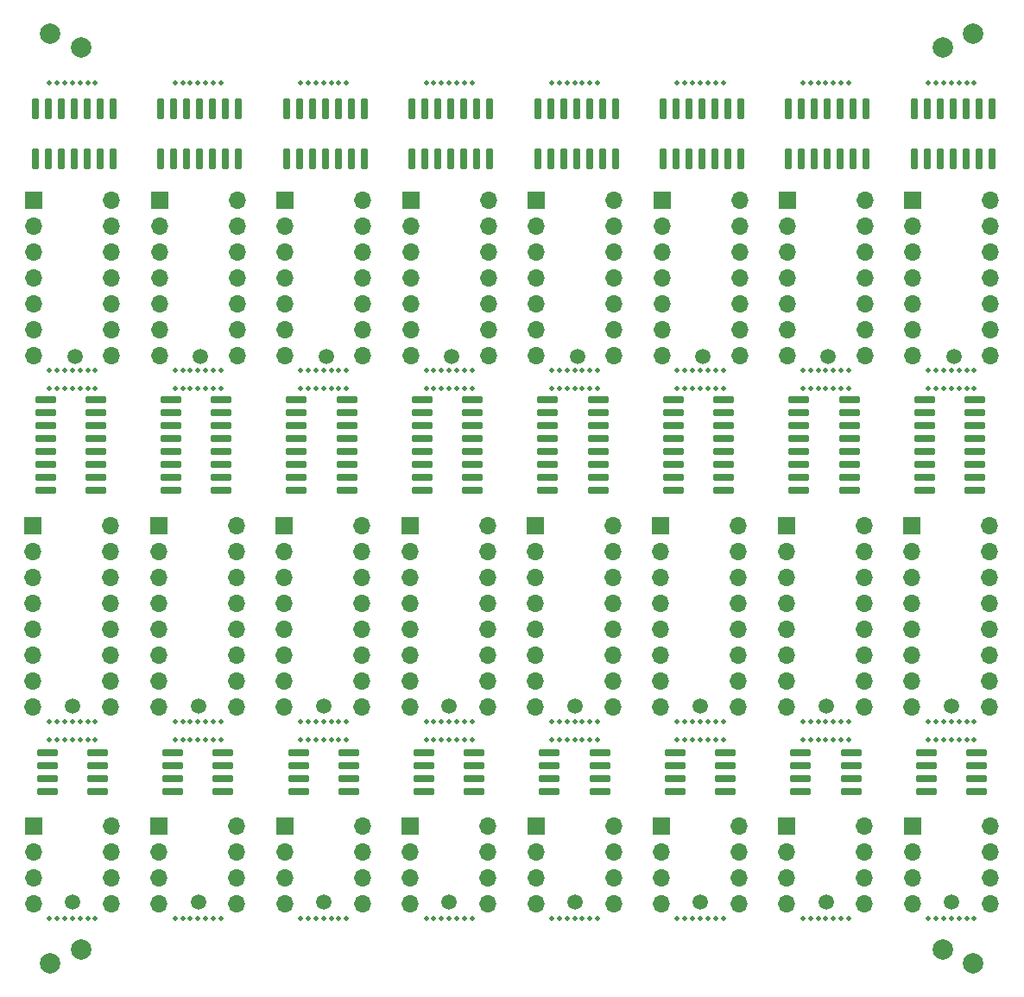
<source format=gts>
%TF.GenerationSoftware,KiCad,Pcbnew,8.0.5*%
%TF.CreationDate,2024-12-01T20:05:21-08:00*%
%TF.ProjectId,soic,736f6963-2e6b-4696-9361-645f70636258,rev?*%
%TF.SameCoordinates,Original*%
%TF.FileFunction,Soldermask,Top*%
%TF.FilePolarity,Negative*%
%FSLAX46Y46*%
G04 Gerber Fmt 4.6, Leading zero omitted, Abs format (unit mm)*
G04 Created by KiCad (PCBNEW 8.0.5) date 2024-12-01 20:05:21*
%MOMM*%
%LPD*%
G01*
G04 APERTURE LIST*
G04 Aperture macros list*
%AMRoundRect*
0 Rectangle with rounded corners*
0 $1 Rounding radius*
0 $2 $3 $4 $5 $6 $7 $8 $9 X,Y pos of 4 corners*
0 Add a 4 corners polygon primitive as box body*
4,1,4,$2,$3,$4,$5,$6,$7,$8,$9,$2,$3,0*
0 Add four circle primitives for the rounded corners*
1,1,$1+$1,$2,$3*
1,1,$1+$1,$4,$5*
1,1,$1+$1,$6,$7*
1,1,$1+$1,$8,$9*
0 Add four rect primitives between the rounded corners*
20,1,$1+$1,$2,$3,$4,$5,0*
20,1,$1+$1,$4,$5,$6,$7,0*
20,1,$1+$1,$6,$7,$8,$9,0*
20,1,$1+$1,$8,$9,$2,$3,0*%
G04 Aperture macros list end*
%ADD10C,0.500000*%
%ADD11O,1.700000X1.700000*%
%ADD12C,2.000000*%
%ADD13R,1.700000X1.700000*%
%ADD14RoundRect,0.090000X-0.210000X0.895000X-0.210000X-0.895000X0.210000X-0.895000X0.210000X0.895000X0*%
%ADD15RoundRect,0.042000X-0.943000X-0.258000X0.943000X-0.258000X0.943000X0.258000X-0.943000X0.258000X0*%
%ADD16C,1.500000*%
G04 APERTURE END LIST*
D10*
%TO.C,KiKit_MB_25_4*%
X102155800Y-78040200D03*
%TD*%
%TO.C,KiKit_MB_47_9*%
X142843000Y-131796353D03*
%TD*%
%TO.C,KiKit_MB_34_6*%
X115968200Y-79790200D03*
%TD*%
%TO.C,KiKit_MB_27_9*%
X105905800Y-112501400D03*
%TD*%
%TO.C,KiKit_MB_19_5*%
X90593400Y-78040200D03*
%TD*%
%TO.C,KiKit_MB_39_7*%
X129030600Y-112501400D03*
%TD*%
D11*
%TO.C,J2*%
X120579000Y-76619200D03*
X120579000Y-74079200D03*
X120579000Y-71539200D03*
X120579000Y-68999200D03*
X120579000Y-66459200D03*
X120579000Y-63919200D03*
X120579000Y-61379200D03*
%TD*%
D10*
%TO.C,KiKit_MB_42_5*%
X127530600Y-114251400D03*
%TD*%
%TO.C,KiKit_MB_48_10*%
X143593000Y-114251400D03*
%TD*%
%TO.C,KiKit_MB_10_10*%
X69718600Y-79790200D03*
%TD*%
%TO.C,KiKit_MB_29_8*%
X105155800Y-131796353D03*
%TD*%
%TO.C,KiKit_MB_45_10*%
X143593000Y-112501400D03*
%TD*%
%TO.C,KiKit_MB_4_4*%
X52906200Y-79790200D03*
%TD*%
%TO.C,KiKit_MB_40_7*%
X129030600Y-79790200D03*
%TD*%
%TO.C,KiKit_MB_43_6*%
X140593000Y-78040200D03*
%TD*%
%TO.C,KiKit_MB_24_7*%
X92093400Y-114251400D03*
%TD*%
D11*
%TO.C,J2*%
X95954200Y-76619200D03*
X95954200Y-74079200D03*
X95954200Y-71539200D03*
X95954200Y-68999200D03*
X95954200Y-66459200D03*
X95954200Y-63919200D03*
X95954200Y-61379200D03*
%TD*%
D10*
%TO.C,KiKit_MB_17_10*%
X82031000Y-131796353D03*
%TD*%
D12*
%TO.C,KiKit_FID_T_3*%
X56000000Y-134821353D03*
%TD*%
D13*
%TO.C,J4*%
X137482200Y-93301000D03*
D11*
X137482200Y-95841000D03*
X137482200Y-98381000D03*
X137482200Y-100921000D03*
X137482200Y-103461000D03*
X137482200Y-106001000D03*
X137482200Y-108541000D03*
X137482200Y-111081000D03*
%TD*%
D10*
%TO.C,KiKit_MB_45_8*%
X142093000Y-112501400D03*
%TD*%
%TO.C,KiKit_MB_8_9*%
X68968600Y-49875000D03*
%TD*%
%TO.C,KiKit_MB_12_5*%
X65968600Y-114251400D03*
%TD*%
%TO.C,KiKit_MB_6_9*%
X56656200Y-114251400D03*
%TD*%
%TO.C,KiKit_MB_45_5*%
X139843000Y-112501400D03*
%TD*%
%TO.C,KiKit_MB_29_10*%
X106655800Y-131796353D03*
%TD*%
%TO.C,KiKit_MB_5_6*%
X54406200Y-131796353D03*
%TD*%
%TO.C,KiKit_MB_20_5*%
X90593400Y-49875000D03*
%TD*%
%TO.C,KiKit_MB_23_6*%
X91343400Y-131796353D03*
%TD*%
%TO.C,KiKit_MB_24_10*%
X94343400Y-114251400D03*
%TD*%
%TO.C,KiKit_MB_9_5*%
X65968600Y-112501400D03*
%TD*%
%TO.C,KiKit_MB_5_5*%
X53656200Y-131796353D03*
%TD*%
%TO.C,KiKit_MB_13_6*%
X79031000Y-78040200D03*
%TD*%
%TO.C,KiKit_MB_31_8*%
X117468200Y-78040200D03*
%TD*%
%TO.C,KiKit_MB_22_6*%
X91343400Y-79790200D03*
%TD*%
%TO.C,KiKit_MB_32_8*%
X117468200Y-49875000D03*
%TD*%
%TO.C,KiKit_MB_30_7*%
X104405800Y-114251400D03*
%TD*%
D14*
%TO.C,U1*%
X108382400Y-52351000D03*
X107112400Y-52351000D03*
X105842400Y-52351000D03*
X104572400Y-52351000D03*
X103302400Y-52351000D03*
X102032400Y-52351000D03*
X100762400Y-52351000D03*
X100762400Y-57301000D03*
X102032400Y-57301000D03*
X103302400Y-57301000D03*
X104572400Y-57301000D03*
X105842400Y-57301000D03*
X107112400Y-57301000D03*
X108382400Y-57301000D03*
%TD*%
D13*
%TO.C,J4*%
X63607800Y-93301000D03*
D11*
X63607800Y-95841000D03*
X63607800Y-98381000D03*
X63607800Y-100921000D03*
X63607800Y-103461000D03*
X63607800Y-106001000D03*
X63607800Y-108541000D03*
X63607800Y-111081000D03*
%TD*%
D13*
%TO.C,J1*%
X88334200Y-61374200D03*
D11*
X88334200Y-63914200D03*
X88334200Y-66454200D03*
X88334200Y-68994200D03*
X88334200Y-71534200D03*
X88334200Y-74074200D03*
X88334200Y-76614200D03*
%TD*%
D10*
%TO.C,KiKit_MB_21_6*%
X91343400Y-112501400D03*
%TD*%
D15*
%TO.C,U2*%
X64816000Y-80880400D03*
X64816000Y-82150400D03*
X64816000Y-83420400D03*
X64816000Y-84690400D03*
X64816000Y-85960400D03*
X64816000Y-87230400D03*
X64816000Y-88500400D03*
X64816000Y-89770400D03*
X69766000Y-89770400D03*
X69766000Y-88500400D03*
X69766000Y-87230400D03*
X69766000Y-85960400D03*
X69766000Y-84690400D03*
X69766000Y-83420400D03*
X69766000Y-82150400D03*
X69766000Y-80880400D03*
%TD*%
D10*
%TO.C,KiKit_MB_25_10*%
X106655800Y-78040200D03*
%TD*%
D11*
%TO.C,J5*%
X108165000Y-111081000D03*
X108165000Y-108541000D03*
X108165000Y-106001000D03*
X108165000Y-103461000D03*
X108165000Y-100921000D03*
X108165000Y-98381000D03*
X108165000Y-95841000D03*
X108165000Y-93301000D03*
%TD*%
D10*
%TO.C,KiKit_MB_31_7*%
X116718200Y-78040200D03*
%TD*%
D16*
%TO.C,J7*%
X92118800Y-130197600D03*
%TD*%
D10*
%TO.C,KiKit_MB_34_9*%
X118218200Y-79790200D03*
%TD*%
%TO.C,KiKit_MB_41_8*%
X129780600Y-131796353D03*
%TD*%
%TO.C,KiKit_MB_47_7*%
X141343000Y-131796353D03*
%TD*%
%TO.C,KiKit_MB_21_8*%
X92843400Y-112501400D03*
%TD*%
%TO.C,KiKit_MB_15_7*%
X79781000Y-112501400D03*
%TD*%
%TO.C,KiKit_MB_10_8*%
X68218600Y-79790200D03*
%TD*%
%TO.C,KiKit_MB_42_9*%
X130530600Y-114251400D03*
%TD*%
%TO.C,KiKit_MB_18_4*%
X77531000Y-114251400D03*
%TD*%
D14*
%TO.C,U1*%
X133007200Y-52351000D03*
X131737200Y-52351000D03*
X130467200Y-52351000D03*
X129197200Y-52351000D03*
X127927200Y-52351000D03*
X126657200Y-52351000D03*
X125387200Y-52351000D03*
X125387200Y-57301000D03*
X126657200Y-57301000D03*
X127927200Y-57301000D03*
X129197200Y-57301000D03*
X130467200Y-57301000D03*
X131737200Y-57301000D03*
X133007200Y-57301000D03*
%TD*%
D10*
%TO.C,KiKit_MB_15_10*%
X82031000Y-112501400D03*
%TD*%
D11*
%TO.C,J8*%
X120528100Y-122755400D03*
X120528100Y-125295400D03*
X120528100Y-127835400D03*
X120528100Y-130375400D03*
%TD*%
D10*
%TO.C,KiKit_MB_1_5*%
X53656200Y-78040200D03*
%TD*%
%TO.C,KiKit_MB_24_9*%
X93593400Y-114251400D03*
%TD*%
%TO.C,KiKit_MB_29_5*%
X102905800Y-131796353D03*
%TD*%
D11*
%TO.C,J5*%
X58915400Y-111081000D03*
X58915400Y-108541000D03*
X58915400Y-106001000D03*
X58915400Y-103461000D03*
X58915400Y-100921000D03*
X58915400Y-98381000D03*
X58915400Y-95841000D03*
X58915400Y-93301000D03*
%TD*%
D10*
%TO.C,KiKit_MB_28_8*%
X105155800Y-79790200D03*
%TD*%
%TO.C,KiKit_MB_18_9*%
X81281000Y-114251400D03*
%TD*%
%TO.C,KiKit_MB_22_9*%
X93593400Y-79790200D03*
%TD*%
%TO.C,KiKit_MB_10_5*%
X65968600Y-79790200D03*
%TD*%
%TO.C,KiKit_MB_15_4*%
X77531000Y-112501400D03*
%TD*%
%TO.C,KiKit_MB_36_9*%
X118218200Y-114251400D03*
%TD*%
D11*
%TO.C,J5*%
X145102200Y-111081000D03*
X145102200Y-108541000D03*
X145102200Y-106001000D03*
X145102200Y-103461000D03*
X145102200Y-100921000D03*
X145102200Y-98381000D03*
X145102200Y-95841000D03*
X145102200Y-93301000D03*
%TD*%
D10*
%TO.C,KiKit_MB_6_4*%
X52906200Y-114251400D03*
%TD*%
%TO.C,KiKit_MB_39_6*%
X128280600Y-112501400D03*
%TD*%
%TO.C,KiKit_MB_48_4*%
X139093000Y-114251400D03*
%TD*%
%TO.C,KiKit_MB_42_6*%
X128280600Y-114251400D03*
%TD*%
%TO.C,KiKit_MB_44_4*%
X139093000Y-49875000D03*
%TD*%
%TO.C,KiKit_MB_11_8*%
X68218600Y-131796353D03*
%TD*%
%TO.C,KiKit_MB_9_7*%
X67468600Y-112501400D03*
%TD*%
%TO.C,KiKit_MB_32_7*%
X116718200Y-49875000D03*
%TD*%
D16*
%TO.C,J7*%
X104431200Y-130197600D03*
%TD*%
D10*
%TO.C,KiKit_MB_12_6*%
X66718600Y-114251400D03*
%TD*%
%TO.C,KiKit_MB_3_5*%
X53656200Y-112501400D03*
%TD*%
%TO.C,KiKit_MB_44_9*%
X142843000Y-49875000D03*
%TD*%
%TO.C,KiKit_MB_33_9*%
X118218200Y-112501400D03*
%TD*%
%TO.C,KiKit_MB_41_6*%
X128280600Y-131796353D03*
%TD*%
D16*
%TO.C,J3*%
X141597000Y-76670000D03*
%TD*%
D10*
%TO.C,KiKit_MB_26_4*%
X102155800Y-49875000D03*
%TD*%
%TO.C,KiKit_MB_19_10*%
X94343400Y-78040200D03*
%TD*%
%TO.C,KiKit_MB_23_8*%
X92843400Y-131796353D03*
%TD*%
%TO.C,KiKit_MB_43_10*%
X143593000Y-78040200D03*
%TD*%
%TO.C,KiKit_MB_24_6*%
X91343400Y-114251400D03*
%TD*%
D15*
%TO.C,U3*%
X138872900Y-115516400D03*
X138872900Y-116786400D03*
X138872900Y-118056400D03*
X138872900Y-119326400D03*
X143812900Y-119326400D03*
X143812900Y-118056400D03*
X143812900Y-116786400D03*
X143812900Y-115516400D03*
%TD*%
D10*
%TO.C,KiKit_MB_2_9*%
X56656200Y-49875000D03*
%TD*%
%TO.C,KiKit_MB_36_6*%
X115968200Y-114251400D03*
%TD*%
%TO.C,KiKit_MB_5_4*%
X52906200Y-131796353D03*
%TD*%
%TO.C,KiKit_MB_1_10*%
X57406200Y-78040200D03*
%TD*%
%TO.C,KiKit_MB_43_5*%
X139843000Y-78040200D03*
%TD*%
%TO.C,KiKit_MB_37_10*%
X131280600Y-78040200D03*
%TD*%
%TO.C,KiKit_MB_46_4*%
X139093000Y-79790200D03*
%TD*%
%TO.C,KiKit_MB_40_5*%
X127530600Y-79790200D03*
%TD*%
D15*
%TO.C,U2*%
X52503600Y-80880400D03*
X52503600Y-82150400D03*
X52503600Y-83420400D03*
X52503600Y-84690400D03*
X52503600Y-85960400D03*
X52503600Y-87230400D03*
X52503600Y-88500400D03*
X52503600Y-89770400D03*
X57453600Y-89770400D03*
X57453600Y-88500400D03*
X57453600Y-87230400D03*
X57453600Y-85960400D03*
X57453600Y-84690400D03*
X57453600Y-83420400D03*
X57453600Y-82150400D03*
X57453600Y-80880400D03*
%TD*%
D16*
%TO.C,J3*%
X92347400Y-76670000D03*
%TD*%
D10*
%TO.C,KiKit_MB_30_10*%
X106655800Y-114251400D03*
%TD*%
%TO.C,KiKit_MB_32_9*%
X118218200Y-49875000D03*
%TD*%
D13*
%TO.C,J1*%
X125271400Y-61374200D03*
D11*
X125271400Y-63914200D03*
X125271400Y-66454200D03*
X125271400Y-68994200D03*
X125271400Y-71534200D03*
X125271400Y-74074200D03*
X125271400Y-76614200D03*
%TD*%
D10*
%TO.C,KiKit_MB_35_9*%
X118218200Y-131796353D03*
%TD*%
D11*
%TO.C,J2*%
X145203800Y-76619200D03*
X145203800Y-74079200D03*
X145203800Y-71539200D03*
X145203800Y-68999200D03*
X145203800Y-66459200D03*
X145203800Y-63919200D03*
X145203800Y-61379200D03*
%TD*%
D14*
%TO.C,U1*%
X120694800Y-52351000D03*
X119424800Y-52351000D03*
X118154800Y-52351000D03*
X116884800Y-52351000D03*
X115614800Y-52351000D03*
X114344800Y-52351000D03*
X113074800Y-52351000D03*
X113074800Y-57301000D03*
X114344800Y-57301000D03*
X115614800Y-57301000D03*
X116884800Y-57301000D03*
X118154800Y-57301000D03*
X119424800Y-57301000D03*
X120694800Y-57301000D03*
%TD*%
D13*
%TO.C,J1*%
X76021800Y-61374200D03*
D11*
X76021800Y-63914200D03*
X76021800Y-66454200D03*
X76021800Y-68994200D03*
X76021800Y-71534200D03*
X76021800Y-74074200D03*
X76021800Y-76614200D03*
%TD*%
D10*
%TO.C,KiKit_MB_47_10*%
X143593000Y-131796353D03*
%TD*%
D13*
%TO.C,J4*%
X88232600Y-93301000D03*
D11*
X88232600Y-95841000D03*
X88232600Y-98381000D03*
X88232600Y-100921000D03*
X88232600Y-103461000D03*
X88232600Y-106001000D03*
X88232600Y-108541000D03*
X88232600Y-111081000D03*
%TD*%
%TO.C,J8*%
X132840500Y-122755400D03*
X132840500Y-125295400D03*
X132840500Y-127835400D03*
X132840500Y-130375400D03*
%TD*%
D15*
%TO.C,U3*%
X126560500Y-115516400D03*
X126560500Y-116786400D03*
X126560500Y-118056400D03*
X126560500Y-119326400D03*
X131500500Y-119326400D03*
X131500500Y-118056400D03*
X131500500Y-116786400D03*
X131500500Y-115516400D03*
%TD*%
D10*
%TO.C,KiKit_MB_25_9*%
X105905800Y-78040200D03*
%TD*%
%TO.C,KiKit_MB_16_4*%
X77531000Y-79790200D03*
%TD*%
D13*
%TO.C,J1*%
X51397000Y-61374200D03*
D11*
X51397000Y-63914200D03*
X51397000Y-66454200D03*
X51397000Y-68994200D03*
X51397000Y-71534200D03*
X51397000Y-74074200D03*
X51397000Y-76614200D03*
%TD*%
D10*
%TO.C,KiKit_MB_18_10*%
X82031000Y-114251400D03*
%TD*%
D14*
%TO.C,U1*%
X71445200Y-52351000D03*
X70175200Y-52351000D03*
X68905200Y-52351000D03*
X67635200Y-52351000D03*
X66365200Y-52351000D03*
X65095200Y-52351000D03*
X63825200Y-52351000D03*
X63825200Y-57301000D03*
X65095200Y-57301000D03*
X66365200Y-57301000D03*
X67635200Y-57301000D03*
X68905200Y-57301000D03*
X70175200Y-57301000D03*
X71445200Y-57301000D03*
%TD*%
D16*
%TO.C,J7*%
X55181600Y-130197600D03*
%TD*%
D10*
%TO.C,KiKit_MB_18_5*%
X78281000Y-114251400D03*
%TD*%
%TO.C,KiKit_MB_19_9*%
X93593400Y-78040200D03*
%TD*%
%TO.C,KiKit_MB_40_4*%
X126780600Y-79790200D03*
%TD*%
%TO.C,KiKit_MB_24_4*%
X89843400Y-114251400D03*
%TD*%
%TO.C,KiKit_MB_9_10*%
X69718600Y-112501400D03*
%TD*%
D11*
%TO.C,J8*%
X58966100Y-122755400D03*
X58966100Y-125295400D03*
X58966100Y-127835400D03*
X58966100Y-130375400D03*
%TD*%
D10*
%TO.C,KiKit_MB_13_7*%
X79781000Y-78040200D03*
%TD*%
%TO.C,KiKit_MB_1_4*%
X52906200Y-78040200D03*
%TD*%
D12*
%TO.C,KiKit_FID_T_4*%
X140499200Y-134821353D03*
%TD*%
D10*
%TO.C,KiKit_MB_12_4*%
X65218600Y-114251400D03*
%TD*%
%TO.C,KiKit_MB_3_8*%
X55906200Y-112501400D03*
%TD*%
%TO.C,KiKit_MB_27_8*%
X105155800Y-112501400D03*
%TD*%
%TO.C,KiKit_MB_44_8*%
X142093000Y-49875000D03*
%TD*%
%TO.C,KiKit_MB_24_5*%
X90593400Y-114251400D03*
%TD*%
D11*
%TO.C,J5*%
X95852600Y-111081000D03*
X95852600Y-108541000D03*
X95852600Y-106001000D03*
X95852600Y-103461000D03*
X95852600Y-100921000D03*
X95852600Y-98381000D03*
X95852600Y-95841000D03*
X95852600Y-93301000D03*
%TD*%
D10*
%TO.C,KiKit_MB_35_10*%
X118968200Y-131796353D03*
%TD*%
%TO.C,KiKit_MB_10_7*%
X67468600Y-79790200D03*
%TD*%
%TO.C,KiKit_MB_18_6*%
X79031000Y-114251400D03*
%TD*%
%TO.C,KiKit_MB_6_5*%
X53656200Y-114251400D03*
%TD*%
%TO.C,KiKit_MB_30_9*%
X105905800Y-114251400D03*
%TD*%
D12*
%TO.C,KiKit_FID_T_1*%
X56000000Y-46350000D03*
%TD*%
D10*
%TO.C,KiKit_MB_9_9*%
X68968600Y-112501400D03*
%TD*%
%TO.C,KiKit_MB_45_4*%
X139093000Y-112501400D03*
%TD*%
D13*
%TO.C,J9*%
X63658500Y-122755400D03*
D11*
X63658500Y-125295400D03*
X63658500Y-127835400D03*
X63658500Y-130375400D03*
%TD*%
D10*
%TO.C,KiKit_MB_28_7*%
X104405800Y-79790200D03*
%TD*%
%TO.C,KiKit_MB_1_8*%
X55906200Y-78040200D03*
%TD*%
D16*
%TO.C,J6*%
X104431200Y-111004800D03*
%TD*%
D11*
%TO.C,J5*%
X132789800Y-111081000D03*
X132789800Y-108541000D03*
X132789800Y-106001000D03*
X132789800Y-103461000D03*
X132789800Y-100921000D03*
X132789800Y-98381000D03*
X132789800Y-95841000D03*
X132789800Y-93301000D03*
%TD*%
D10*
%TO.C,KiKit_MB_48_7*%
X141343000Y-114251400D03*
%TD*%
%TO.C,KiKit_MB_18_8*%
X80531000Y-114251400D03*
%TD*%
%TO.C,KiKit_MB_11_10*%
X69718600Y-131796353D03*
%TD*%
%TO.C,KiKit_MB_6_10*%
X57406200Y-114251400D03*
%TD*%
D15*
%TO.C,U3*%
X89623300Y-115516400D03*
X89623300Y-116786400D03*
X89623300Y-118056400D03*
X89623300Y-119326400D03*
X94563300Y-119326400D03*
X94563300Y-118056400D03*
X94563300Y-116786400D03*
X94563300Y-115516400D03*
%TD*%
D10*
%TO.C,KiKit_MB_7_6*%
X66718600Y-78040200D03*
%TD*%
%TO.C,KiKit_MB_20_7*%
X92093400Y-49875000D03*
%TD*%
%TO.C,KiKit_MB_39_9*%
X130530600Y-112501400D03*
%TD*%
D15*
%TO.C,U2*%
X138690400Y-80880400D03*
X138690400Y-82150400D03*
X138690400Y-83420400D03*
X138690400Y-84690400D03*
X138690400Y-85960400D03*
X138690400Y-87230400D03*
X138690400Y-88500400D03*
X138690400Y-89770400D03*
X143640400Y-89770400D03*
X143640400Y-88500400D03*
X143640400Y-87230400D03*
X143640400Y-85960400D03*
X143640400Y-84690400D03*
X143640400Y-83420400D03*
X143640400Y-82150400D03*
X143640400Y-80880400D03*
%TD*%
D10*
%TO.C,KiKit_MB_38_7*%
X129030600Y-49875000D03*
%TD*%
%TO.C,KiKit_MB_10_9*%
X68968600Y-79790200D03*
%TD*%
%TO.C,KiKit_MB_4_5*%
X53656200Y-79790200D03*
%TD*%
%TO.C,KiKit_MB_39_5*%
X127530600Y-112501400D03*
%TD*%
%TO.C,KiKit_MB_11_6*%
X66718600Y-131796353D03*
%TD*%
%TO.C,KiKit_MB_46_8*%
X142093000Y-79790200D03*
%TD*%
%TO.C,KiKit_MB_39_8*%
X129780600Y-112501400D03*
%TD*%
D11*
%TO.C,J8*%
X108215700Y-122755400D03*
X108215700Y-125295400D03*
X108215700Y-127835400D03*
X108215700Y-130375400D03*
%TD*%
D10*
%TO.C,KiKit_MB_4_7*%
X55156200Y-79790200D03*
%TD*%
D13*
%TO.C,J1*%
X63709400Y-61374200D03*
D11*
X63709400Y-63914200D03*
X63709400Y-66454200D03*
X63709400Y-68994200D03*
X63709400Y-71534200D03*
X63709400Y-74074200D03*
X63709400Y-76614200D03*
%TD*%
D10*
%TO.C,KiKit_MB_16_7*%
X79781000Y-79790200D03*
%TD*%
%TO.C,KiKit_MB_22_8*%
X92843400Y-79790200D03*
%TD*%
%TO.C,KiKit_MB_15_9*%
X81281000Y-112501400D03*
%TD*%
D12*
%TO.C,KiKit_TO_2*%
X143499200Y-45000000D03*
%TD*%
D16*
%TO.C,J6*%
X116743600Y-111004800D03*
%TD*%
D10*
%TO.C,KiKit_MB_46_6*%
X140593000Y-79790200D03*
%TD*%
%TO.C,KiKit_MB_19_6*%
X91343400Y-78040200D03*
%TD*%
%TO.C,KiKit_MB_18_7*%
X79781000Y-114251400D03*
%TD*%
%TO.C,KiKit_MB_47_8*%
X142093000Y-131796353D03*
%TD*%
%TO.C,KiKit_MB_16_9*%
X81281000Y-79790200D03*
%TD*%
%TO.C,KiKit_MB_35_5*%
X115218200Y-131796353D03*
%TD*%
D16*
%TO.C,J3*%
X67722600Y-76670000D03*
%TD*%
D10*
%TO.C,KiKit_MB_42_10*%
X131280600Y-114251400D03*
%TD*%
%TO.C,KiKit_MB_17_8*%
X80531000Y-131796353D03*
%TD*%
%TO.C,KiKit_MB_27_4*%
X102155800Y-112501400D03*
%TD*%
%TO.C,KiKit_MB_41_5*%
X127530600Y-131796353D03*
%TD*%
D15*
%TO.C,U3*%
X64998500Y-115516400D03*
X64998500Y-116786400D03*
X64998500Y-118056400D03*
X64998500Y-119326400D03*
X69938500Y-119326400D03*
X69938500Y-118056400D03*
X69938500Y-116786400D03*
X69938500Y-115516400D03*
%TD*%
D10*
%TO.C,KiKit_MB_31_6*%
X115968200Y-78040200D03*
%TD*%
%TO.C,KiKit_MB_44_6*%
X140593000Y-49875000D03*
%TD*%
%TO.C,KiKit_MB_17_5*%
X78281000Y-131796353D03*
%TD*%
D11*
%TO.C,J2*%
X59017000Y-76619200D03*
X59017000Y-74079200D03*
X59017000Y-71539200D03*
X59017000Y-68999200D03*
X59017000Y-66459200D03*
X59017000Y-63919200D03*
X59017000Y-61379200D03*
%TD*%
D16*
%TO.C,J7*%
X79806400Y-130197600D03*
%TD*%
%TO.C,J7*%
X67494000Y-130197600D03*
%TD*%
D10*
%TO.C,KiKit_MB_15_5*%
X78281000Y-112501400D03*
%TD*%
%TO.C,KiKit_MB_14_10*%
X82031000Y-49875000D03*
%TD*%
D15*
%TO.C,U3*%
X101935700Y-115516400D03*
X101935700Y-116786400D03*
X101935700Y-118056400D03*
X101935700Y-119326400D03*
X106875700Y-119326400D03*
X106875700Y-118056400D03*
X106875700Y-116786400D03*
X106875700Y-115516400D03*
%TD*%
D10*
%TO.C,KiKit_MB_29_6*%
X103655800Y-131796353D03*
%TD*%
%TO.C,KiKit_MB_44_5*%
X139843000Y-49875000D03*
%TD*%
%TO.C,KiKit_MB_5_9*%
X56656200Y-131796353D03*
%TD*%
%TO.C,KiKit_MB_32_5*%
X115218200Y-49875000D03*
%TD*%
D11*
%TO.C,J8*%
X71278500Y-122755400D03*
X71278500Y-125295400D03*
X71278500Y-127835400D03*
X71278500Y-130375400D03*
%TD*%
D10*
%TO.C,KiKit_MB_7_4*%
X65218600Y-78040200D03*
%TD*%
%TO.C,KiKit_MB_37_6*%
X128280600Y-78040200D03*
%TD*%
%TO.C,KiKit_MB_23_7*%
X92093400Y-131796353D03*
%TD*%
%TO.C,KiKit_MB_45_6*%
X140593000Y-112501400D03*
%TD*%
%TO.C,KiKit_MB_3_10*%
X57406200Y-112501400D03*
%TD*%
%TO.C,KiKit_MB_3_9*%
X56656200Y-112501400D03*
%TD*%
%TO.C,KiKit_MB_38_10*%
X131280600Y-49875000D03*
%TD*%
%TO.C,KiKit_MB_12_7*%
X67468600Y-114251400D03*
%TD*%
%TO.C,KiKit_MB_26_6*%
X103655800Y-49875000D03*
%TD*%
%TO.C,KiKit_MB_32_6*%
X115968200Y-49875000D03*
%TD*%
%TO.C,KiKit_MB_42_4*%
X126780600Y-114251400D03*
%TD*%
%TO.C,KiKit_MB_26_8*%
X105155800Y-49875000D03*
%TD*%
%TO.C,KiKit_MB_16_8*%
X80531000Y-79790200D03*
%TD*%
%TO.C,KiKit_MB_37_8*%
X129780600Y-78040200D03*
%TD*%
%TO.C,KiKit_MB_30_6*%
X103655800Y-114251400D03*
%TD*%
%TO.C,KiKit_MB_9_8*%
X68218600Y-112501400D03*
%TD*%
%TO.C,KiKit_MB_9_6*%
X66718600Y-112501400D03*
%TD*%
%TO.C,KiKit_MB_3_7*%
X55156200Y-112501400D03*
%TD*%
%TO.C,KiKit_MB_41_10*%
X131280600Y-131796353D03*
%TD*%
%TO.C,KiKit_MB_27_7*%
X104405800Y-112501400D03*
%TD*%
%TO.C,KiKit_MB_11_9*%
X68968600Y-131796353D03*
%TD*%
%TO.C,KiKit_MB_20_8*%
X92843400Y-49875000D03*
%TD*%
D16*
%TO.C,J6*%
X55181600Y-111004800D03*
%TD*%
D12*
%TO.C,KiKit_TO_4*%
X143499200Y-136171353D03*
%TD*%
D10*
%TO.C,KiKit_MB_11_5*%
X65968600Y-131796353D03*
%TD*%
%TO.C,KiKit_MB_34_4*%
X114468200Y-79790200D03*
%TD*%
%TO.C,KiKit_MB_35_8*%
X117468200Y-131796353D03*
%TD*%
%TO.C,KiKit_MB_37_9*%
X130530600Y-78040200D03*
%TD*%
%TO.C,KiKit_MB_13_10*%
X82031000Y-78040200D03*
%TD*%
%TO.C,KiKit_MB_43_9*%
X142843000Y-78040200D03*
%TD*%
%TO.C,KiKit_MB_23_4*%
X89843400Y-131796353D03*
%TD*%
%TO.C,KiKit_MB_32_4*%
X114468200Y-49875000D03*
%TD*%
%TO.C,KiKit_MB_36_7*%
X116718200Y-114251400D03*
%TD*%
%TO.C,KiKit_MB_29_4*%
X102155800Y-131796353D03*
%TD*%
%TO.C,KiKit_MB_5_7*%
X55156200Y-131796353D03*
%TD*%
%TO.C,KiKit_MB_46_5*%
X139843000Y-79790200D03*
%TD*%
%TO.C,KiKit_MB_36_10*%
X118968200Y-114251400D03*
%TD*%
%TO.C,KiKit_MB_2_5*%
X53656200Y-49875000D03*
%TD*%
%TO.C,KiKit_MB_14_6*%
X79031000Y-49875000D03*
%TD*%
D15*
%TO.C,U3*%
X114248100Y-115516400D03*
X114248100Y-116786400D03*
X114248100Y-118056400D03*
X114248100Y-119326400D03*
X119188100Y-119326400D03*
X119188100Y-118056400D03*
X119188100Y-116786400D03*
X119188100Y-115516400D03*
%TD*%
D11*
%TO.C,J8*%
X95903300Y-122755400D03*
X95903300Y-125295400D03*
X95903300Y-127835400D03*
X95903300Y-130375400D03*
%TD*%
D10*
%TO.C,KiKit_MB_22_10*%
X94343400Y-79790200D03*
%TD*%
D12*
%TO.C,KiKit_TO_1*%
X53000000Y-45000000D03*
%TD*%
D10*
%TO.C,KiKit_MB_47_5*%
X139843000Y-131796353D03*
%TD*%
%TO.C,KiKit_MB_15_6*%
X79031000Y-112501400D03*
%TD*%
D16*
%TO.C,J6*%
X129056000Y-111004800D03*
%TD*%
D10*
%TO.C,KiKit_MB_8_5*%
X65968600Y-49875000D03*
%TD*%
%TO.C,KiKit_MB_6_8*%
X55906200Y-114251400D03*
%TD*%
%TO.C,KiKit_MB_26_10*%
X106655800Y-49875000D03*
%TD*%
D11*
%TO.C,J2*%
X132891400Y-76619200D03*
X132891400Y-74079200D03*
X132891400Y-71539200D03*
X132891400Y-68999200D03*
X132891400Y-66459200D03*
X132891400Y-63919200D03*
X132891400Y-61379200D03*
%TD*%
D10*
%TO.C,KiKit_MB_7_7*%
X67468600Y-78040200D03*
%TD*%
%TO.C,KiKit_MB_8_4*%
X65218600Y-49875000D03*
%TD*%
%TO.C,KiKit_MB_30_8*%
X105155800Y-114251400D03*
%TD*%
%TO.C,KiKit_MB_29_9*%
X105905800Y-131796353D03*
%TD*%
%TO.C,KiKit_MB_1_6*%
X54406200Y-78040200D03*
%TD*%
%TO.C,KiKit_MB_35_4*%
X114468200Y-131796353D03*
%TD*%
%TO.C,KiKit_MB_27_6*%
X103655800Y-112501400D03*
%TD*%
%TO.C,KiKit_MB_36_4*%
X114468200Y-114251400D03*
%TD*%
%TO.C,KiKit_MB_40_6*%
X128280600Y-79790200D03*
%TD*%
%TO.C,KiKit_MB_47_6*%
X140593000Y-131796353D03*
%TD*%
%TO.C,KiKit_MB_31_10*%
X118968200Y-78040200D03*
%TD*%
D12*
%TO.C,KiKit_TO_3*%
X53000000Y-136171353D03*
%TD*%
D16*
%TO.C,J6*%
X79806400Y-111004800D03*
%TD*%
D11*
%TO.C,J8*%
X145152900Y-122755400D03*
X145152900Y-125295400D03*
X145152900Y-127835400D03*
X145152900Y-130375400D03*
%TD*%
D15*
%TO.C,U3*%
X77310900Y-115516400D03*
X77310900Y-116786400D03*
X77310900Y-118056400D03*
X77310900Y-119326400D03*
X82250900Y-119326400D03*
X82250900Y-118056400D03*
X82250900Y-116786400D03*
X82250900Y-115516400D03*
%TD*%
D10*
%TO.C,KiKit_MB_19_4*%
X89843400Y-78040200D03*
%TD*%
%TO.C,KiKit_MB_2_10*%
X57406200Y-49875000D03*
%TD*%
D13*
%TO.C,J9*%
X75970900Y-122755400D03*
D11*
X75970900Y-125295400D03*
X75970900Y-127835400D03*
X75970900Y-130375400D03*
%TD*%
D10*
%TO.C,KiKit_MB_17_7*%
X79781000Y-131796353D03*
%TD*%
%TO.C,KiKit_MB_44_10*%
X143593000Y-49875000D03*
%TD*%
%TO.C,KiKit_MB_5_8*%
X55906200Y-131796353D03*
%TD*%
%TO.C,KiKit_MB_44_7*%
X141343000Y-49875000D03*
%TD*%
%TO.C,KiKit_MB_33_5*%
X115218200Y-112501400D03*
%TD*%
%TO.C,KiKit_MB_26_9*%
X105905800Y-49875000D03*
%TD*%
D13*
%TO.C,J4*%
X125169800Y-93301000D03*
D11*
X125169800Y-95841000D03*
X125169800Y-98381000D03*
X125169800Y-100921000D03*
X125169800Y-103461000D03*
X125169800Y-106001000D03*
X125169800Y-108541000D03*
X125169800Y-111081000D03*
%TD*%
D10*
%TO.C,KiKit_MB_21_4*%
X89843400Y-112501400D03*
%TD*%
%TO.C,KiKit_MB_10_6*%
X66718600Y-79790200D03*
%TD*%
%TO.C,KiKit_MB_11_7*%
X67468600Y-131796353D03*
%TD*%
%TO.C,KiKit_MB_42_8*%
X129780600Y-114251400D03*
%TD*%
D11*
%TO.C,J2*%
X108266600Y-76619200D03*
X108266600Y-74079200D03*
X108266600Y-71539200D03*
X108266600Y-68999200D03*
X108266600Y-66459200D03*
X108266600Y-63919200D03*
X108266600Y-61379200D03*
%TD*%
D10*
%TO.C,KiKit_MB_1_9*%
X56656200Y-78040200D03*
%TD*%
D16*
%TO.C,J3*%
X104659800Y-76670000D03*
%TD*%
D15*
%TO.C,U2*%
X101753200Y-80880400D03*
X101753200Y-82150400D03*
X101753200Y-83420400D03*
X101753200Y-84690400D03*
X101753200Y-85960400D03*
X101753200Y-87230400D03*
X101753200Y-88500400D03*
X101753200Y-89770400D03*
X106703200Y-89770400D03*
X106703200Y-88500400D03*
X106703200Y-87230400D03*
X106703200Y-85960400D03*
X106703200Y-84690400D03*
X106703200Y-83420400D03*
X106703200Y-82150400D03*
X106703200Y-80880400D03*
%TD*%
D10*
%TO.C,KiKit_MB_27_5*%
X102905800Y-112501400D03*
%TD*%
%TO.C,KiKit_MB_48_9*%
X142843000Y-114251400D03*
%TD*%
%TO.C,KiKit_MB_38_9*%
X130530600Y-49875000D03*
%TD*%
%TO.C,KiKit_MB_32_10*%
X118968200Y-49875000D03*
%TD*%
%TO.C,KiKit_MB_25_8*%
X105155800Y-78040200D03*
%TD*%
%TO.C,KiKit_MB_22_7*%
X92093400Y-79790200D03*
%TD*%
%TO.C,KiKit_MB_37_4*%
X126780600Y-78040200D03*
%TD*%
D11*
%TO.C,J5*%
X71227800Y-111081000D03*
X71227800Y-108541000D03*
X71227800Y-106001000D03*
X71227800Y-103461000D03*
X71227800Y-100921000D03*
X71227800Y-98381000D03*
X71227800Y-95841000D03*
X71227800Y-93301000D03*
%TD*%
%TO.C,J8*%
X83590900Y-122755400D03*
X83590900Y-125295400D03*
X83590900Y-127835400D03*
X83590900Y-130375400D03*
%TD*%
D16*
%TO.C,J3*%
X129284600Y-76670000D03*
%TD*%
D10*
%TO.C,KiKit_MB_2_8*%
X55906200Y-49875000D03*
%TD*%
%TO.C,KiKit_MB_37_7*%
X129030600Y-78040200D03*
%TD*%
%TO.C,KiKit_MB_17_9*%
X81281000Y-131796353D03*
%TD*%
%TO.C,KiKit_MB_22_4*%
X89843400Y-79790200D03*
%TD*%
D11*
%TO.C,J2*%
X71329400Y-76619200D03*
X71329400Y-74079200D03*
X71329400Y-71539200D03*
X71329400Y-68999200D03*
X71329400Y-66459200D03*
X71329400Y-63919200D03*
X71329400Y-61379200D03*
%TD*%
D10*
%TO.C,KiKit_MB_17_4*%
X77531000Y-131796353D03*
%TD*%
%TO.C,KiKit_MB_25_6*%
X103655800Y-78040200D03*
%TD*%
%TO.C,KiKit_MB_13_9*%
X81281000Y-78040200D03*
%TD*%
D14*
%TO.C,U1*%
X59132800Y-52351000D03*
X57862800Y-52351000D03*
X56592800Y-52351000D03*
X55322800Y-52351000D03*
X54052800Y-52351000D03*
X52782800Y-52351000D03*
X51512800Y-52351000D03*
X51512800Y-57301000D03*
X52782800Y-57301000D03*
X54052800Y-57301000D03*
X55322800Y-57301000D03*
X56592800Y-57301000D03*
X57862800Y-57301000D03*
X59132800Y-57301000D03*
%TD*%
D10*
%TO.C,KiKit_MB_2_7*%
X55156200Y-49875000D03*
%TD*%
%TO.C,KiKit_MB_5_10*%
X57406200Y-131796353D03*
%TD*%
%TO.C,KiKit_MB_34_8*%
X117468200Y-79790200D03*
%TD*%
%TO.C,KiKit_MB_7_10*%
X69718600Y-78040200D03*
%TD*%
%TO.C,KiKit_MB_33_4*%
X114468200Y-112501400D03*
%TD*%
D16*
%TO.C,J6*%
X141368400Y-111004800D03*
%TD*%
D13*
%TO.C,J4*%
X112857400Y-93301000D03*
D11*
X112857400Y-95841000D03*
X112857400Y-98381000D03*
X112857400Y-100921000D03*
X112857400Y-103461000D03*
X112857400Y-106001000D03*
X112857400Y-108541000D03*
X112857400Y-111081000D03*
%TD*%
D10*
%TO.C,KiKit_MB_25_7*%
X104405800Y-78040200D03*
%TD*%
%TO.C,KiKit_MB_6_7*%
X55156200Y-114251400D03*
%TD*%
D13*
%TO.C,J4*%
X75920200Y-93301000D03*
D11*
X75920200Y-95841000D03*
X75920200Y-98381000D03*
X75920200Y-100921000D03*
X75920200Y-103461000D03*
X75920200Y-106001000D03*
X75920200Y-108541000D03*
X75920200Y-111081000D03*
%TD*%
D10*
%TO.C,KiKit_MB_34_5*%
X115218200Y-79790200D03*
%TD*%
%TO.C,KiKit_MB_3_4*%
X52906200Y-112501400D03*
%TD*%
D15*
%TO.C,U2*%
X77128400Y-80880400D03*
X77128400Y-82150400D03*
X77128400Y-83420400D03*
X77128400Y-84690400D03*
X77128400Y-85960400D03*
X77128400Y-87230400D03*
X77128400Y-88500400D03*
X77128400Y-89770400D03*
X82078400Y-89770400D03*
X82078400Y-88500400D03*
X82078400Y-87230400D03*
X82078400Y-85960400D03*
X82078400Y-84690400D03*
X82078400Y-83420400D03*
X82078400Y-82150400D03*
X82078400Y-80880400D03*
%TD*%
D10*
%TO.C,KiKit_MB_42_7*%
X129030600Y-114251400D03*
%TD*%
%TO.C,KiKit_MB_40_10*%
X131280600Y-79790200D03*
%TD*%
%TO.C,KiKit_MB_19_7*%
X92093400Y-78040200D03*
%TD*%
D15*
%TO.C,U3*%
X52686100Y-115516400D03*
X52686100Y-116786400D03*
X52686100Y-118056400D03*
X52686100Y-119326400D03*
X57626100Y-119326400D03*
X57626100Y-118056400D03*
X57626100Y-116786400D03*
X57626100Y-115516400D03*
%TD*%
D10*
%TO.C,KiKit_MB_36_5*%
X115218200Y-114251400D03*
%TD*%
D13*
%TO.C,J9*%
X88283300Y-122755400D03*
D11*
X88283300Y-125295400D03*
X88283300Y-127835400D03*
X88283300Y-130375400D03*
%TD*%
D10*
%TO.C,KiKit_MB_41_9*%
X130530600Y-131796353D03*
%TD*%
D16*
%TO.C,J3*%
X55410200Y-76670000D03*
%TD*%
D10*
%TO.C,KiKit_MB_34_7*%
X116718200Y-79790200D03*
%TD*%
%TO.C,KiKit_MB_30_4*%
X102155800Y-114251400D03*
%TD*%
%TO.C,KiKit_MB_14_7*%
X79781000Y-49875000D03*
%TD*%
%TO.C,KiKit_MB_7_8*%
X68218600Y-78040200D03*
%TD*%
%TO.C,KiKit_MB_10_4*%
X65218600Y-79790200D03*
%TD*%
%TO.C,KiKit_MB_20_6*%
X91343400Y-49875000D03*
%TD*%
D14*
%TO.C,U1*%
X83757600Y-52351000D03*
X82487600Y-52351000D03*
X81217600Y-52351000D03*
X79947600Y-52351000D03*
X78677600Y-52351000D03*
X77407600Y-52351000D03*
X76137600Y-52351000D03*
X76137600Y-57301000D03*
X77407600Y-57301000D03*
X78677600Y-57301000D03*
X79947600Y-57301000D03*
X81217600Y-57301000D03*
X82487600Y-57301000D03*
X83757600Y-57301000D03*
%TD*%
D10*
%TO.C,KiKit_MB_39_4*%
X126780600Y-112501400D03*
%TD*%
%TO.C,KiKit_MB_2_6*%
X54406200Y-49875000D03*
%TD*%
D13*
%TO.C,J4*%
X100545000Y-93301000D03*
D11*
X100545000Y-95841000D03*
X100545000Y-98381000D03*
X100545000Y-100921000D03*
X100545000Y-103461000D03*
X100545000Y-106001000D03*
X100545000Y-108541000D03*
X100545000Y-111081000D03*
%TD*%
D10*
%TO.C,KiKit_MB_27_10*%
X106655800Y-112501400D03*
%TD*%
D16*
%TO.C,J7*%
X116743600Y-130197600D03*
%TD*%
D10*
%TO.C,KiKit_MB_2_4*%
X52906200Y-49875000D03*
%TD*%
%TO.C,KiKit_MB_38_5*%
X127530600Y-49875000D03*
%TD*%
%TO.C,KiKit_MB_1_7*%
X55156200Y-78040200D03*
%TD*%
%TO.C,KiKit_MB_20_4*%
X89843400Y-49875000D03*
%TD*%
%TO.C,KiKit_MB_43_7*%
X141343000Y-78040200D03*
%TD*%
%TO.C,KiKit_MB_8_6*%
X66718600Y-49875000D03*
%TD*%
%TO.C,KiKit_MB_21_9*%
X93593400Y-112501400D03*
%TD*%
%TO.C,KiKit_MB_23_10*%
X94343400Y-131796353D03*
%TD*%
%TO.C,KiKit_MB_48_5*%
X139843000Y-114251400D03*
%TD*%
%TO.C,KiKit_MB_33_8*%
X117468200Y-112501400D03*
%TD*%
%TO.C,KiKit_MB_35_7*%
X116718200Y-131796353D03*
%TD*%
%TO.C,KiKit_MB_33_7*%
X116718200Y-112501400D03*
%TD*%
%TO.C,KiKit_MB_4_8*%
X55906200Y-79790200D03*
%TD*%
%TO.C,KiKit_MB_20_9*%
X93593400Y-49875000D03*
%TD*%
%TO.C,KiKit_MB_14_5*%
X78281000Y-49875000D03*
%TD*%
%TO.C,KiKit_MB_35_6*%
X115968200Y-131796353D03*
%TD*%
%TO.C,KiKit_MB_28_4*%
X102155800Y-79790200D03*
%TD*%
%TO.C,KiKit_MB_23_5*%
X90593400Y-131796353D03*
%TD*%
%TO.C,KiKit_MB_11_4*%
X65218600Y-131796353D03*
%TD*%
D14*
%TO.C,U1*%
X96070000Y-52351000D03*
X94800000Y-52351000D03*
X93530000Y-52351000D03*
X92260000Y-52351000D03*
X90990000Y-52351000D03*
X89720000Y-52351000D03*
X88450000Y-52351000D03*
X88450000Y-57301000D03*
X89720000Y-57301000D03*
X90990000Y-57301000D03*
X92260000Y-57301000D03*
X93530000Y-57301000D03*
X94800000Y-57301000D03*
X96070000Y-57301000D03*
%TD*%
D10*
%TO.C,KiKit_MB_30_5*%
X102905800Y-114251400D03*
%TD*%
%TO.C,KiKit_MB_38_6*%
X128280600Y-49875000D03*
%TD*%
%TO.C,KiKit_MB_46_7*%
X141343000Y-79790200D03*
%TD*%
D14*
%TO.C,U1*%
X145319600Y-52351000D03*
X144049600Y-52351000D03*
X142779600Y-52351000D03*
X141509600Y-52351000D03*
X140239600Y-52351000D03*
X138969600Y-52351000D03*
X137699600Y-52351000D03*
X137699600Y-57301000D03*
X138969600Y-57301000D03*
X140239600Y-57301000D03*
X141509600Y-57301000D03*
X142779600Y-57301000D03*
X144049600Y-57301000D03*
X145319600Y-57301000D03*
%TD*%
D11*
%TO.C,J5*%
X83540200Y-111081000D03*
X83540200Y-108541000D03*
X83540200Y-106001000D03*
X83540200Y-103461000D03*
X83540200Y-100921000D03*
X83540200Y-98381000D03*
X83540200Y-95841000D03*
X83540200Y-93301000D03*
%TD*%
D13*
%TO.C,J1*%
X112959000Y-61374200D03*
D11*
X112959000Y-63914200D03*
X112959000Y-66454200D03*
X112959000Y-68994200D03*
X112959000Y-71534200D03*
X112959000Y-74074200D03*
X112959000Y-76614200D03*
%TD*%
D10*
%TO.C,KiKit_MB_48_6*%
X140593000Y-114251400D03*
%TD*%
%TO.C,KiKit_MB_31_4*%
X114468200Y-78040200D03*
%TD*%
D16*
%TO.C,J3*%
X80035000Y-76670000D03*
%TD*%
D10*
%TO.C,KiKit_MB_43_8*%
X142093000Y-78040200D03*
%TD*%
%TO.C,KiKit_MB_16_6*%
X79031000Y-79790200D03*
%TD*%
%TO.C,KiKit_MB_48_8*%
X142093000Y-114251400D03*
%TD*%
%TO.C,KiKit_MB_21_5*%
X90593400Y-112501400D03*
%TD*%
%TO.C,KiKit_MB_26_7*%
X104405800Y-49875000D03*
%TD*%
D13*
%TO.C,J1*%
X137583800Y-61374200D03*
D11*
X137583800Y-63914200D03*
X137583800Y-66454200D03*
X137583800Y-68994200D03*
X137583800Y-71534200D03*
X137583800Y-74074200D03*
X137583800Y-76614200D03*
%TD*%
D10*
%TO.C,KiKit_MB_7_9*%
X68968600Y-78040200D03*
%TD*%
%TO.C,KiKit_MB_8_10*%
X69718600Y-49875000D03*
%TD*%
D16*
%TO.C,J6*%
X67494000Y-111004800D03*
%TD*%
D10*
%TO.C,KiKit_MB_31_5*%
X115218200Y-78040200D03*
%TD*%
%TO.C,KiKit_MB_33_10*%
X118968200Y-112501400D03*
%TD*%
%TO.C,KiKit_MB_16_10*%
X82031000Y-79790200D03*
%TD*%
%TO.C,KiKit_MB_24_8*%
X92843400Y-114251400D03*
%TD*%
%TO.C,KiKit_MB_13_5*%
X78281000Y-78040200D03*
%TD*%
%TO.C,KiKit_MB_29_7*%
X104405800Y-131796353D03*
%TD*%
D13*
%TO.C,J9*%
X51346100Y-122755400D03*
D11*
X51346100Y-125295400D03*
X51346100Y-127835400D03*
X51346100Y-130375400D03*
%TD*%
D15*
%TO.C,U2*%
X114065600Y-80880400D03*
X114065600Y-82150400D03*
X114065600Y-83420400D03*
X114065600Y-84690400D03*
X114065600Y-85960400D03*
X114065600Y-87230400D03*
X114065600Y-88500400D03*
X114065600Y-89770400D03*
X119015600Y-89770400D03*
X119015600Y-88500400D03*
X119015600Y-87230400D03*
X119015600Y-85960400D03*
X119015600Y-84690400D03*
X119015600Y-83420400D03*
X119015600Y-82150400D03*
X119015600Y-80880400D03*
%TD*%
D12*
%TO.C,KiKit_FID_T_2*%
X140499200Y-46350000D03*
%TD*%
D10*
%TO.C,KiKit_MB_43_4*%
X139093000Y-78040200D03*
%TD*%
%TO.C,KiKit_MB_4_6*%
X54406200Y-79790200D03*
%TD*%
%TO.C,KiKit_MB_45_7*%
X141343000Y-112501400D03*
%TD*%
%TO.C,KiKit_MB_4_9*%
X56656200Y-79790200D03*
%TD*%
D13*
%TO.C,J9*%
X137532900Y-122755400D03*
D11*
X137532900Y-125295400D03*
X137532900Y-127835400D03*
X137532900Y-130375400D03*
%TD*%
D15*
%TO.C,U2*%
X126378000Y-80880400D03*
X126378000Y-82150400D03*
X126378000Y-83420400D03*
X126378000Y-84690400D03*
X126378000Y-85960400D03*
X126378000Y-87230400D03*
X126378000Y-88500400D03*
X126378000Y-89770400D03*
X131328000Y-89770400D03*
X131328000Y-88500400D03*
X131328000Y-87230400D03*
X131328000Y-85960400D03*
X131328000Y-84690400D03*
X131328000Y-83420400D03*
X131328000Y-82150400D03*
X131328000Y-80880400D03*
%TD*%
D10*
%TO.C,KiKit_MB_14_9*%
X81281000Y-49875000D03*
%TD*%
%TO.C,KiKit_MB_14_4*%
X77531000Y-49875000D03*
%TD*%
D13*
%TO.C,J1*%
X100646600Y-61374200D03*
D11*
X100646600Y-63914200D03*
X100646600Y-66454200D03*
X100646600Y-68994200D03*
X100646600Y-71534200D03*
X100646600Y-74074200D03*
X100646600Y-76614200D03*
%TD*%
D10*
%TO.C,KiKit_MB_45_9*%
X142843000Y-112501400D03*
%TD*%
%TO.C,KiKit_MB_28_6*%
X103655800Y-79790200D03*
%TD*%
%TO.C,KiKit_MB_19_8*%
X92843400Y-78040200D03*
%TD*%
%TO.C,KiKit_MB_38_8*%
X129780600Y-49875000D03*
%TD*%
%TO.C,KiKit_MB_8_7*%
X67468600Y-49875000D03*
%TD*%
%TO.C,KiKit_MB_9_4*%
X65218600Y-112501400D03*
%TD*%
%TO.C,KiKit_MB_20_10*%
X94343400Y-49875000D03*
%TD*%
D13*
%TO.C,J9*%
X125220500Y-122755400D03*
D11*
X125220500Y-125295400D03*
X125220500Y-127835400D03*
X125220500Y-130375400D03*
%TD*%
D10*
%TO.C,KiKit_MB_14_8*%
X80531000Y-49875000D03*
%TD*%
%TO.C,KiKit_MB_17_6*%
X79031000Y-131796353D03*
%TD*%
%TO.C,KiKit_MB_28_10*%
X106655800Y-79790200D03*
%TD*%
%TO.C,KiKit_MB_41_7*%
X129030600Y-131796353D03*
%TD*%
%TO.C,KiKit_MB_34_10*%
X118968200Y-79790200D03*
%TD*%
%TO.C,KiKit_MB_13_4*%
X77531000Y-78040200D03*
%TD*%
%TO.C,KiKit_MB_40_8*%
X129780600Y-79790200D03*
%TD*%
%TO.C,KiKit_MB_7_5*%
X65968600Y-78040200D03*
%TD*%
%TO.C,KiKit_MB_41_4*%
X126780600Y-131796353D03*
%TD*%
%TO.C,KiKit_MB_22_5*%
X90593400Y-79790200D03*
%TD*%
%TO.C,KiKit_MB_3_6*%
X54406200Y-112501400D03*
%TD*%
D16*
%TO.C,J7*%
X129056000Y-130197600D03*
%TD*%
D13*
%TO.C,J9*%
X112908100Y-122755400D03*
D11*
X112908100Y-125295400D03*
X112908100Y-127835400D03*
X112908100Y-130375400D03*
%TD*%
D10*
%TO.C,KiKit_MB_28_9*%
X105905800Y-79790200D03*
%TD*%
D13*
%TO.C,J9*%
X100595700Y-122755400D03*
D11*
X100595700Y-125295400D03*
X100595700Y-127835400D03*
X100595700Y-130375400D03*
%TD*%
D10*
%TO.C,KiKit_MB_36_8*%
X117468200Y-114251400D03*
%TD*%
%TO.C,KiKit_MB_37_5*%
X127530600Y-78040200D03*
%TD*%
%TO.C,KiKit_MB_12_8*%
X68218600Y-114251400D03*
%TD*%
D16*
%TO.C,J7*%
X141368400Y-130197600D03*
%TD*%
D10*
%TO.C,KiKit_MB_12_10*%
X69718600Y-114251400D03*
%TD*%
%TO.C,KiKit_MB_33_6*%
X115968200Y-112501400D03*
%TD*%
D13*
%TO.C,J4*%
X51295400Y-93301000D03*
D11*
X51295400Y-95841000D03*
X51295400Y-98381000D03*
X51295400Y-100921000D03*
X51295400Y-103461000D03*
X51295400Y-106001000D03*
X51295400Y-108541000D03*
X51295400Y-111081000D03*
%TD*%
D10*
%TO.C,KiKit_MB_26_5*%
X102905800Y-49875000D03*
%TD*%
%TO.C,KiKit_MB_46_9*%
X142843000Y-79790200D03*
%TD*%
%TO.C,KiKit_MB_21_10*%
X94343400Y-112501400D03*
%TD*%
%TO.C,KiKit_MB_25_5*%
X102905800Y-78040200D03*
%TD*%
D16*
%TO.C,J3*%
X116972200Y-76670000D03*
%TD*%
%TO.C,J6*%
X92118800Y-111004800D03*
%TD*%
D10*
%TO.C,KiKit_MB_13_8*%
X80531000Y-78040200D03*
%TD*%
%TO.C,KiKit_MB_21_7*%
X92093400Y-112501400D03*
%TD*%
%TO.C,KiKit_MB_23_9*%
X93593400Y-131796353D03*
%TD*%
%TO.C,KiKit_MB_4_10*%
X57406200Y-79790200D03*
%TD*%
%TO.C,KiKit_MB_8_8*%
X68218600Y-49875000D03*
%TD*%
%TO.C,KiKit_MB_6_6*%
X54406200Y-114251400D03*
%TD*%
%TO.C,KiKit_MB_38_4*%
X126780600Y-49875000D03*
%TD*%
%TO.C,KiKit_MB_28_5*%
X102905800Y-79790200D03*
%TD*%
D11*
%TO.C,J2*%
X83641800Y-76619200D03*
X83641800Y-74079200D03*
X83641800Y-71539200D03*
X83641800Y-68999200D03*
X83641800Y-66459200D03*
X83641800Y-63919200D03*
X83641800Y-61379200D03*
%TD*%
D10*
%TO.C,KiKit_MB_39_10*%
X131280600Y-112501400D03*
%TD*%
%TO.C,KiKit_MB_40_9*%
X130530600Y-79790200D03*
%TD*%
%TO.C,KiKit_MB_12_9*%
X68968600Y-114251400D03*
%TD*%
%TO.C,KiKit_MB_16_5*%
X78281000Y-79790200D03*
%TD*%
%TO.C,KiKit_MB_31_9*%
X118218200Y-78040200D03*
%TD*%
D15*
%TO.C,U2*%
X89440800Y-80880400D03*
X89440800Y-82150400D03*
X89440800Y-83420400D03*
X89440800Y-84690400D03*
X89440800Y-85960400D03*
X89440800Y-87230400D03*
X89440800Y-88500400D03*
X89440800Y-89770400D03*
X94390800Y-89770400D03*
X94390800Y-88500400D03*
X94390800Y-87230400D03*
X94390800Y-85960400D03*
X94390800Y-84690400D03*
X94390800Y-83420400D03*
X94390800Y-82150400D03*
X94390800Y-80880400D03*
%TD*%
D10*
%TO.C,KiKit_MB_46_10*%
X143593000Y-79790200D03*
%TD*%
D11*
%TO.C,J5*%
X120477400Y-111081000D03*
X120477400Y-108541000D03*
X120477400Y-106001000D03*
X120477400Y-103461000D03*
X120477400Y-100921000D03*
X120477400Y-98381000D03*
X120477400Y-95841000D03*
X120477400Y-93301000D03*
%TD*%
D10*
%TO.C,KiKit_MB_47_4*%
X139093000Y-131796353D03*
%TD*%
%TO.C,KiKit_MB_15_8*%
X80531000Y-112501400D03*
%TD*%
M02*

</source>
